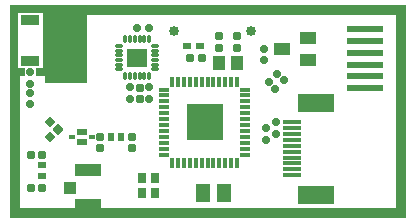
<source format=gts>
G04*
G04 #@! TF.GenerationSoftware,Altium Limited,Altium Designer,23.3.1 (30)*
G04*
G04 Layer_Color=8388736*
%FSAX44Y44*%
%MOMM*%
G71*
G04*
G04 #@! TF.SameCoordinates,E4202109-5C2D-4CF9-8B46-EFF2A95DF25D*
G04*
G04*
G04 #@! TF.FilePolarity,Negative*
G04*
G01*
G75*
G04:AMPARAMS|DCode=43|XSize=0.92mm|YSize=0.35mm|CornerRadius=0.0625mm|HoleSize=0mm|Usage=FLASHONLY|Rotation=270.000|XOffset=0mm|YOffset=0mm|HoleType=Round|Shape=RoundedRectangle|*
%AMROUNDEDRECTD43*
21,1,0.9200,0.2250,0,0,270.0*
21,1,0.7950,0.3500,0,0,270.0*
1,1,0.1250,-0.1125,-0.3975*
1,1,0.1250,-0.1125,0.3975*
1,1,0.1250,0.1125,0.3975*
1,1,0.1250,0.1125,-0.3975*
%
%ADD43ROUNDEDRECTD43*%
%ADD44R,1.6500X0.3500*%
%ADD45R,3.1700X1.5500*%
G04:AMPARAMS|DCode=46|XSize=0.65mm|YSize=0.6mm|CornerRadius=0.1625mm|HoleSize=0mm|Usage=FLASHONLY|Rotation=0.000|XOffset=0mm|YOffset=0mm|HoleType=Round|Shape=RoundedRectangle|*
%AMROUNDEDRECTD46*
21,1,0.6500,0.2750,0,0,0.0*
21,1,0.3250,0.6000,0,0,0.0*
1,1,0.3250,0.1625,-0.1375*
1,1,0.3250,-0.1625,-0.1375*
1,1,0.3250,-0.1625,0.1375*
1,1,0.3250,0.1625,0.1375*
%
%ADD46ROUNDEDRECTD46*%
G04:AMPARAMS|DCode=47|XSize=0.65mm|YSize=0.6mm|CornerRadius=0.1625mm|HoleSize=0mm|Usage=FLASHONLY|Rotation=135.000|XOffset=0mm|YOffset=0mm|HoleType=Round|Shape=RoundedRectangle|*
%AMROUNDEDRECTD47*
21,1,0.6500,0.2750,0,0,135.0*
21,1,0.3250,0.6000,0,0,135.0*
1,1,0.3250,-0.0177,0.2121*
1,1,0.3250,0.2121,-0.0177*
1,1,0.3250,0.0177,-0.2121*
1,1,0.3250,-0.2121,0.0177*
%
%ADD47ROUNDEDRECTD47*%
G04:AMPARAMS|DCode=48|XSize=0.65mm|YSize=0.65mm|CornerRadius=0.175mm|HoleSize=0mm|Usage=FLASHONLY|Rotation=180.000|XOffset=0mm|YOffset=0mm|HoleType=Round|Shape=RoundedRectangle|*
%AMROUNDEDRECTD48*
21,1,0.6500,0.3000,0,0,180.0*
21,1,0.3000,0.6500,0,0,180.0*
1,1,0.3500,-0.1500,0.1500*
1,1,0.3500,0.1500,0.1500*
1,1,0.3500,0.1500,-0.1500*
1,1,0.3500,-0.1500,-0.1500*
%
%ADD48ROUNDEDRECTD48*%
G04:AMPARAMS|DCode=49|XSize=0.7mm|YSize=0.7mm|CornerRadius=0.2mm|HoleSize=0mm|Usage=FLASHONLY|Rotation=315.000|XOffset=0mm|YOffset=0mm|HoleType=Round|Shape=RoundedRectangle|*
%AMROUNDEDRECTD49*
21,1,0.7000,0.3000,0,0,315.0*
21,1,0.3000,0.7000,0,0,315.0*
1,1,0.4000,0.0000,-0.2121*
1,1,0.4000,-0.2121,0.0000*
1,1,0.4000,0.0000,0.2121*
1,1,0.4000,0.2121,0.0000*
%
%ADD49ROUNDEDRECTD49*%
G04:AMPARAMS|DCode=50|XSize=0.7mm|YSize=0.7mm|CornerRadius=0.2mm|HoleSize=0mm|Usage=FLASHONLY|Rotation=225.000|XOffset=0mm|YOffset=0mm|HoleType=Round|Shape=RoundedRectangle|*
%AMROUNDEDRECTD50*
21,1,0.7000,0.3000,0,0,225.0*
21,1,0.3000,0.7000,0,0,225.0*
1,1,0.4000,-0.2121,0.0000*
1,1,0.4000,0.0000,0.2121*
1,1,0.4000,0.2121,0.0000*
1,1,0.4000,0.0000,-0.2121*
%
%ADD50ROUNDEDRECTD50*%
%ADD51R,1.6500X0.8500*%
%ADD52R,0.5500X0.3500*%
%ADD53R,0.8500X0.5500*%
%ADD54R,3.0500X0.5500*%
%ADD55R,1.4500X1.0500*%
%ADD56R,1.1000X1.0500*%
%ADD57R,2.2500X1.1000*%
%ADD58R,3.0500X3.0500*%
G04:AMPARAMS|DCode=59|XSize=0.92mm|YSize=0.35mm|CornerRadius=0.0625mm|HoleSize=0mm|Usage=FLASHONLY|Rotation=0.000|XOffset=0mm|YOffset=0mm|HoleType=Round|Shape=RoundedRectangle|*
%AMROUNDEDRECTD59*
21,1,0.9200,0.2250,0,0,0.0*
21,1,0.7950,0.3500,0,0,0.0*
1,1,0.1250,0.3975,-0.1125*
1,1,0.1250,-0.3975,-0.1125*
1,1,0.1250,-0.3975,0.1125*
1,1,0.1250,0.3975,0.1125*
%
%ADD59ROUNDEDRECTD59*%
G04:AMPARAMS|DCode=60|XSize=0.3mm|YSize=0.69mm|CornerRadius=0.0563mm|HoleSize=0mm|Usage=FLASHONLY|Rotation=0.000|XOffset=0mm|YOffset=0mm|HoleType=Round|Shape=RoundedRectangle|*
%AMROUNDEDRECTD60*
21,1,0.3000,0.5775,0,0,0.0*
21,1,0.1875,0.6900,0,0,0.0*
1,1,0.1125,0.0938,-0.2888*
1,1,0.1125,-0.0938,-0.2888*
1,1,0.1125,-0.0938,0.2888*
1,1,0.1125,0.0938,0.2888*
%
%ADD60ROUNDEDRECTD60*%
G04:AMPARAMS|DCode=61|XSize=0.69mm|YSize=0.3mm|CornerRadius=0.0563mm|HoleSize=0mm|Usage=FLASHONLY|Rotation=0.000|XOffset=0mm|YOffset=0mm|HoleType=Round|Shape=RoundedRectangle|*
%AMROUNDEDRECTD61*
21,1,0.6900,0.1875,0,0,0.0*
21,1,0.5775,0.3000,0,0,0.0*
1,1,0.1125,0.2888,-0.0938*
1,1,0.1125,-0.2888,-0.0938*
1,1,0.1125,-0.2888,0.0938*
1,1,0.1125,0.2888,0.0938*
%
%ADD61ROUNDEDRECTD61*%
%ADD62R,1.7500X1.5900*%
G04:AMPARAMS|DCode=63|XSize=0.7mm|YSize=0.7mm|CornerRadius=0.2mm|HoleSize=0mm|Usage=FLASHONLY|Rotation=90.000|XOffset=0mm|YOffset=0mm|HoleType=Round|Shape=RoundedRectangle|*
%AMROUNDEDRECTD63*
21,1,0.7000,0.3000,0,0,90.0*
21,1,0.3000,0.7000,0,0,90.0*
1,1,0.4000,0.1500,0.1500*
1,1,0.4000,0.1500,-0.1500*
1,1,0.4000,-0.1500,-0.1500*
1,1,0.4000,-0.1500,0.1500*
%
%ADD63ROUNDEDRECTD63*%
%ADD64C,0.8500*%
G04:AMPARAMS|DCode=65|XSize=0.7mm|YSize=0.7mm|CornerRadius=0.2mm|HoleSize=0mm|Usage=FLASHONLY|Rotation=180.000|XOffset=0mm|YOffset=0mm|HoleType=Round|Shape=RoundedRectangle|*
%AMROUNDEDRECTD65*
21,1,0.7000,0.3000,0,0,180.0*
21,1,0.3000,0.7000,0,0,180.0*
1,1,0.4000,-0.1500,0.1500*
1,1,0.4000,0.1500,0.1500*
1,1,0.4000,0.1500,-0.1500*
1,1,0.4000,-0.1500,-0.1500*
%
%ADD65ROUNDEDRECTD65*%
%ADD66R,0.8000X0.9000*%
G04:AMPARAMS|DCode=67|XSize=0.65mm|YSize=0.6mm|CornerRadius=0.1625mm|HoleSize=0mm|Usage=FLASHONLY|Rotation=270.000|XOffset=0mm|YOffset=0mm|HoleType=Round|Shape=RoundedRectangle|*
%AMROUNDEDRECTD67*
21,1,0.6500,0.2750,0,0,270.0*
21,1,0.3250,0.6000,0,0,270.0*
1,1,0.3250,-0.1375,-0.1625*
1,1,0.3250,-0.1375,0.1625*
1,1,0.3250,0.1375,0.1625*
1,1,0.3250,0.1375,-0.1625*
%
%ADD67ROUNDEDRECTD67*%
%ADD68R,0.5400X0.6500*%
%ADD69R,1.0500X1.3000*%
%ADD70R,0.6500X0.5400*%
%ADD71R,0.7500X0.5500*%
%ADD72R,1.2500X1.5200*%
G36*
X00269400Y00434000D02*
X00544150D01*
Y00254050D01*
X00209000D01*
Y00374000D01*
X00208998D01*
Y00434001D01*
X00269400D01*
Y00434000D01*
D02*
G37*
%LPC*%
G36*
X00236900Y00427550D02*
X00215900D01*
Y00380550D01*
X00221900D01*
Y00374000D01*
X00217250D01*
Y00262250D01*
X00535917D01*
Y00426050D01*
X00274600D01*
Y00368400D01*
X00239000D01*
Y00374000D01*
X00230900D01*
Y00380550D01*
X00236900D01*
Y00427550D01*
D02*
G37*
%LPD*%
D43*
X00371300Y00300700D02*
D03*
X00361300D02*
D03*
X00401300D02*
D03*
X00396300D02*
D03*
X00391300D02*
D03*
X00386300D02*
D03*
X00381300D02*
D03*
X00376300D02*
D03*
X00366300D02*
D03*
X00356300D02*
D03*
X00351300D02*
D03*
X00346300D02*
D03*
Y00369300D02*
D03*
X00351300D02*
D03*
X00356300D02*
D03*
X00361300D02*
D03*
X00366300D02*
D03*
X00371300D02*
D03*
X00376300D02*
D03*
X00381300D02*
D03*
X00386300D02*
D03*
X00391300D02*
D03*
X00396300D02*
D03*
X00401300D02*
D03*
D44*
X00448000Y00334950D02*
D03*
Y00329950D02*
D03*
Y00324950D02*
D03*
Y00319950D02*
D03*
Y00314950D02*
D03*
Y00309950D02*
D03*
Y00304950D02*
D03*
Y00299950D02*
D03*
Y00294950D02*
D03*
Y00289950D02*
D03*
D45*
X00467800Y00351420D02*
D03*
Y00273480D02*
D03*
D46*
X00424000Y00387150D02*
D03*
Y00397150D02*
D03*
X00226400Y00377550D02*
D03*
Y00367550D02*
D03*
X00326750Y00354424D02*
D03*
X00311000D02*
D03*
X00425500Y00319950D02*
D03*
Y00329950D02*
D03*
X00434500Y00324950D02*
D03*
Y00334950D02*
D03*
X00326750Y00364424D02*
D03*
X00311000D02*
D03*
D47*
X00440812Y00370391D02*
D03*
X00433741Y00363320D02*
D03*
X00428241Y00368820D02*
D03*
X00435312Y00375891D02*
D03*
D48*
X00226400Y00360000D02*
D03*
Y00350000D02*
D03*
D49*
X00249412Y00328587D02*
D03*
X00242587Y00335412D02*
D03*
D50*
X00242588Y00322153D02*
D03*
X00249412Y00328978D02*
D03*
D51*
X00226400Y00421000D02*
D03*
Y00387000D02*
D03*
D52*
X00261150Y00322500D02*
D03*
X00278150D02*
D03*
D53*
X00269650Y00327000D02*
D03*
Y00318000D02*
D03*
D54*
X00509250Y00363700D02*
D03*
Y00373700D02*
D03*
Y00383700D02*
D03*
Y00393700D02*
D03*
Y00403700D02*
D03*
Y00413700D02*
D03*
D55*
X00461250Y00387200D02*
D03*
Y00406200D02*
D03*
X00439250Y00396700D02*
D03*
D56*
X00260250Y00279451D02*
D03*
D57*
X00275500Y00294201D02*
D03*
Y00264701D02*
D03*
D58*
X00373800Y00335000D02*
D03*
D59*
X00339500Y00317500D02*
D03*
Y00307500D02*
D03*
Y00312500D02*
D03*
Y00322500D02*
D03*
Y00327500D02*
D03*
Y00332500D02*
D03*
Y00337500D02*
D03*
Y00342500D02*
D03*
Y00347500D02*
D03*
Y00352500D02*
D03*
Y00357500D02*
D03*
Y00362500D02*
D03*
X00408100Y00352500D02*
D03*
Y00362500D02*
D03*
Y00357500D02*
D03*
Y00347500D02*
D03*
Y00342500D02*
D03*
Y00337500D02*
D03*
Y00332500D02*
D03*
Y00327500D02*
D03*
Y00322500D02*
D03*
Y00317500D02*
D03*
Y00312500D02*
D03*
Y00307500D02*
D03*
D60*
X00306800Y00374100D02*
D03*
X00310800D02*
D03*
X00314800D02*
D03*
X00318800D02*
D03*
X00322800D02*
D03*
X00326800D02*
D03*
Y00405000D02*
D03*
X00322800D02*
D03*
X00318800D02*
D03*
X00314800D02*
D03*
X00310800D02*
D03*
X00306800D02*
D03*
D61*
X00301350Y00391550D02*
D03*
Y00387550D02*
D03*
Y00383550D02*
D03*
Y00379550D02*
D03*
X00332250D02*
D03*
Y00383550D02*
D03*
Y00387550D02*
D03*
Y00391550D02*
D03*
Y00395550D02*
D03*
Y00399550D02*
D03*
X00301350D02*
D03*
Y00395550D02*
D03*
D62*
X00316800Y00389550D02*
D03*
D63*
X00401300Y00407626D02*
D03*
X00386300D02*
D03*
X00318801Y00354598D02*
D03*
X00312250Y00312848D02*
D03*
X00285500D02*
D03*
X00401301Y00397974D02*
D03*
X00386301D02*
D03*
X00312249Y00322500D02*
D03*
X00285499D02*
D03*
X00318800Y00364250D02*
D03*
D64*
X00412850Y00412000D02*
D03*
X00347600D02*
D03*
D65*
X00361648Y00389450D02*
D03*
X00226848Y00307115D02*
D03*
Y00279450D02*
D03*
X00236500Y00279451D02*
D03*
Y00307115D02*
D03*
X00371300Y00389451D02*
D03*
D66*
X00331600Y00288050D02*
D03*
X00321100Y00274550D02*
D03*
Y00288050D02*
D03*
X00331600Y00274550D02*
D03*
D67*
X00326850Y00415000D02*
D03*
X00316850D02*
D03*
D68*
X00303300Y00322500D02*
D03*
X00294200D02*
D03*
D69*
X00401300Y00385050D02*
D03*
X00386300D02*
D03*
D70*
X00236500Y00289400D02*
D03*
Y00298500D02*
D03*
D71*
X00358850Y00399250D02*
D03*
X00369850D02*
D03*
D72*
X00372700Y00275050D02*
D03*
X00389900D02*
D03*
M02*

</source>
